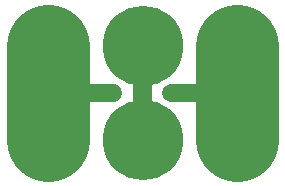
<source format=gbl>
%TF.GenerationSoftware,KiCad,Pcbnew,5.0.0-fee4fd1~66~ubuntu16.04.1*%
%TF.CreationDate,2018-09-24T14:57:35-07:00*%
%TF.ProjectId,2x3-Slide-Switch-EG1218-TH,3278332D536C6964652D537769746368,v1.4*%
%TF.SameCoordinates,Original*%
%TF.FileFunction,Copper,L2,Bot,Signal*%
%TF.FilePolarity,Positive*%
%FSLAX46Y46*%
G04 Gerber Fmt 4.6, Leading zero omitted, Abs format (unit mm)*
G04 Created by KiCad (PCBNEW 5.0.0-fee4fd1~66~ubuntu16.04.1) date Mon Sep 24 14:57:35 2018*
%MOMM*%
%LPD*%
G01*
G04 APERTURE LIST*
%ADD10C,7.000000*%
%ADD11C,1.500000*%
%ADD12C,6.200000*%
%ADD13C,1.500000*%
%ADD14C,6.800000*%
%ADD15C,0.350000*%
G04 APERTURE END LIST*
D10*
X5559520Y-33219120D02*
X5559520Y-41219120D01*
X21559520Y-33219120D02*
X21559520Y-41219120D01*
D11*
X13560520Y-33639620D02*
X13560520Y-40139620D01*
X11020520Y-37218620D02*
X5559520Y-37218620D01*
X21498020Y-37218620D02*
X16037020Y-37218620D01*
X13497020Y-34615120D02*
X13497020Y-40076120D01*
D12*
X21559520Y-33219120D03*
X5559520Y-41219120D03*
D13*
X13498920Y-37244020D03*
X10998920Y-37244020D03*
X15998920Y-37244020D03*
D12*
X21559520Y-41219120D03*
X5559520Y-33219120D03*
D14*
X13559520Y-33219120D03*
X13559520Y-41219120D03*
D15*
X21559520Y-33219120D03*
X5559520Y-41219120D03*
X13498920Y-37244020D03*
X10998920Y-37244020D03*
X15998920Y-37244020D03*
X21559520Y-41219120D03*
X5559520Y-33219120D03*
X13559520Y-33219120D03*
X13559520Y-41219120D03*
M02*

</source>
